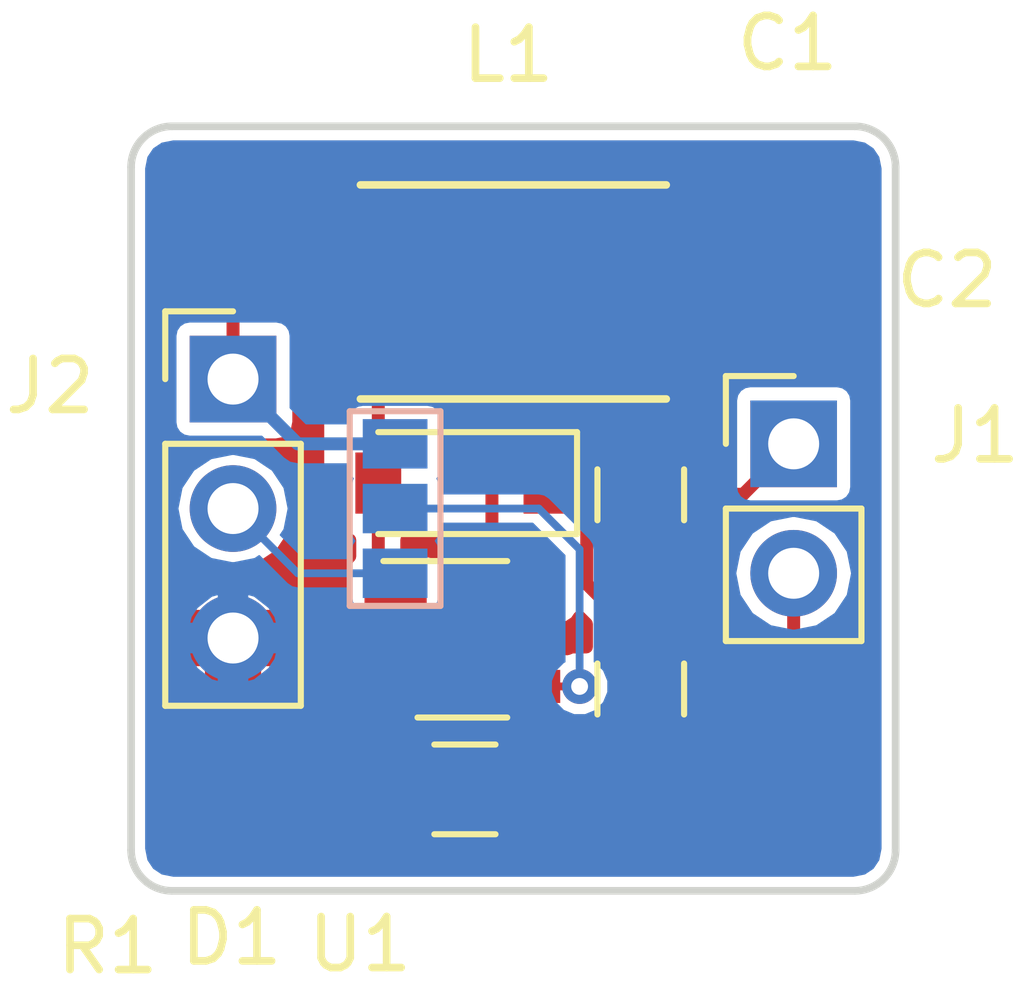
<source format=kicad_pcb>
(kicad_pcb (version 4) (host pcbnew 4.0.6)

  (general
    (links 16)
    (no_connects 0)
    (area 99.924999 84.924999 115.075001 100.075001)
    (thickness 1.6)
    (drawings 8)
    (tracks 44)
    (zones 0)
    (modules 9)
    (nets 8)
  )

  (page A4)
  (layers
    (0 F.Cu signal)
    (31 B.Cu signal)
    (32 B.Adhes user)
    (33 F.Adhes user)
    (34 B.Paste user)
    (35 F.Paste user)
    (36 B.SilkS user hide)
    (37 F.SilkS user)
    (38 B.Mask user)
    (39 F.Mask user)
    (40 Dwgs.User user)
    (41 Cmts.User user)
    (42 Eco1.User user)
    (43 Eco2.User user)
    (44 Edge.Cuts user)
    (45 Margin user)
    (46 B.CrtYd user hide)
    (47 F.CrtYd user)
    (48 B.Fab user hide)
    (49 F.Fab user hide)
  )

  (setup
    (last_trace_width 0.1524)
    (trace_clearance 0.1524)
    (zone_clearance 0.3048)
    (zone_45_only no)
    (trace_min 0.1524)
    (segment_width 0.2)
    (edge_width 0.15)
    (via_size 0.6858)
    (via_drill 0.3302)
    (via_min_size 0.6858)
    (via_min_drill 0.3302)
    (uvia_size 0.762)
    (uvia_drill 0.508)
    (uvias_allowed no)
    (uvia_min_size 0)
    (uvia_min_drill 0)
    (pcb_text_width 0.3)
    (pcb_text_size 1.5 1.5)
    (mod_edge_width 0.15)
    (mod_text_size 1 1)
    (mod_text_width 0.15)
    (pad_size 1.524 1.524)
    (pad_drill 0.762)
    (pad_to_mask_clearance 0.2)
    (aux_axis_origin 0 0)
    (visible_elements 7FFEFF7F)
    (pcbplotparams
      (layerselection 0x00030_80000001)
      (usegerberextensions false)
      (excludeedgelayer true)
      (linewidth 0.100000)
      (plotframeref false)
      (viasonmask false)
      (mode 1)
      (useauxorigin false)
      (hpglpennumber 1)
      (hpglpenspeed 20)
      (hpglpendiameter 15)
      (hpglpenoverlay 2)
      (psnegative false)
      (psa4output false)
      (plotreference true)
      (plotvalue true)
      (plotinvisibletext false)
      (padsonsilk false)
      (subtractmaskfromsilk false)
      (outputformat 1)
      (mirror false)
      (drillshape 1)
      (scaleselection 1)
      (outputdirectory ""))
  )

  (net 0 "")
  (net 1 +3V3)
  (net 2 GND)
  (net 3 /LED_A)
  (net 4 /LED_K)
  (net 5 /EN)
  (net 6 /EN_CONN)
  (net 7 /VOUT)

  (net_class Default "This is the default net class."
    (clearance 0.1524)
    (trace_width 0.1524)
    (via_dia 0.6858)
    (via_drill 0.3302)
    (uvia_dia 0.762)
    (uvia_drill 0.508)
    (add_net /EN)
    (add_net /EN_CONN)
  )

  (net_class Power ""
    (clearance 0.254)
    (trace_width 0.254)
    (via_dia 0.889)
    (via_drill 0.508)
    (uvia_dia 0.762)
    (uvia_drill 0.508)
    (add_net +3V3)
    (add_net /LED_A)
    (add_net /LED_K)
    (add_net /VOUT)
    (add_net GND)
  )

  (module Connect:GS3 (layer B.Cu) (tedit 59766C6B) (tstamp 597668E9)
    (at 105.18 92.5 180)
    (descr "3-pin solder bridge")
    (tags "solder bridge")
    (path /59766807)
    (attr smd)
    (fp_text reference J3 (at 6.5 -2.05 180) (layer B.SilkS) hide
      (effects (font (size 1 1) (thickness 0.15)) (justify mirror))
    )
    (fp_text value GS3 (at 1.8 0 450) (layer B.Fab)
      (effects (font (size 1 1) (thickness 0.15)) (justify mirror))
    )
    (fp_line (start -1.15 2.15) (end 1.15 2.15) (layer B.CrtYd) (width 0.05))
    (fp_line (start 1.15 2.15) (end 1.15 -2.15) (layer B.CrtYd) (width 0.05))
    (fp_line (start 1.15 -2.15) (end -1.15 -2.15) (layer B.CrtYd) (width 0.05))
    (fp_line (start -1.15 -2.15) (end -1.15 2.15) (layer B.CrtYd) (width 0.05))
    (fp_line (start -0.89 1.91) (end -0.89 -1.91) (layer B.SilkS) (width 0.12))
    (fp_line (start -0.89 -1.91) (end 0.89 -1.91) (layer B.SilkS) (width 0.12))
    (fp_line (start 0.89 -1.91) (end 0.89 1.91) (layer B.SilkS) (width 0.12))
    (fp_line (start -0.89 1.91) (end 0.89 1.91) (layer B.SilkS) (width 0.12))
    (pad 1 smd rect (at 0 1.27 180) (size 1.27 0.97) (layers B.Cu B.Paste B.Mask)
      (net 1 +3V3))
    (pad 2 smd rect (at 0 0 180) (size 1.27 0.97) (layers B.Cu B.Paste B.Mask)
      (net 5 /EN))
    (pad 3 smd rect (at 0 -1.27 180) (size 1.27 0.97) (layers B.Cu B.Paste B.Mask)
      (net 6 /EN_CONN))
  )

  (module Capacitors_SMD:C_0805 (layer F.Cu) (tedit 59767888) (tstamp 5974EBA2)
    (at 110 96.04 270)
    (descr "Capacitor SMD 0805, reflow soldering, AVX (see smccp.pdf)")
    (tags "capacitor 0805")
    (path /5974E733)
    (attr smd)
    (fp_text reference C2 (at -8.02 -6.01 360) (layer F.SilkS)
      (effects (font (size 1 1) (thickness 0.15)))
    )
    (fp_text value 1uF (at 0 1.75 270) (layer F.Fab)
      (effects (font (size 1 1) (thickness 0.15)))
    )
    (fp_text user %R (at -9.53 -6.01 360) (layer F.Fab) hide
      (effects (font (size 1 1) (thickness 0.15)))
    )
    (fp_line (start -1 0.62) (end -1 -0.62) (layer F.Fab) (width 0.1))
    (fp_line (start 1 0.62) (end -1 0.62) (layer F.Fab) (width 0.1))
    (fp_line (start 1 -0.62) (end 1 0.62) (layer F.Fab) (width 0.1))
    (fp_line (start -1 -0.62) (end 1 -0.62) (layer F.Fab) (width 0.1))
    (fp_line (start 0.5 -0.85) (end -0.5 -0.85) (layer F.SilkS) (width 0.12))
    (fp_line (start -0.5 0.85) (end 0.5 0.85) (layer F.SilkS) (width 0.12))
    (fp_line (start -1.75 -0.88) (end 1.75 -0.88) (layer F.CrtYd) (width 0.05))
    (fp_line (start -1.75 -0.88) (end -1.75 0.87) (layer F.CrtYd) (width 0.05))
    (fp_line (start 1.75 0.87) (end 1.75 -0.88) (layer F.CrtYd) (width 0.05))
    (fp_line (start 1.75 0.87) (end -1.75 0.87) (layer F.CrtYd) (width 0.05))
    (pad 1 smd rect (at -1 0 270) (size 1 1.25) (layers F.Cu F.Paste F.Mask)
      (net 3 /LED_A))
    (pad 2 smd rect (at 1 0 270) (size 1 1.25) (layers F.Cu F.Paste F.Mask)
      (net 2 GND))
    (model Capacitors_SMD.3dshapes/C_0805.wrl
      (at (xyz 0 0 0))
      (scale (xyz 1 1 1))
      (rotate (xyz 0 0 0))
    )
  )

  (module Capacitors_SMD:C_0805 locked (layer F.Cu) (tedit 59772E8F) (tstamp 5974EB9C)
    (at 110 92.23 270)
    (descr "Capacitor SMD 0805, reflow soldering, AVX (see smccp.pdf)")
    (tags "capacitor 0805")
    (path /5974E628)
    (attr smd)
    (fp_text reference C1 (at -8.86 -2.88 360) (layer F.SilkS)
      (effects (font (size 1 1) (thickness 0.15)))
    )
    (fp_text value 4.7uF (at 0 1.75 270) (layer F.Fab)
      (effects (font (size 1 1) (thickness 0.15)))
    )
    (fp_text user %R (at -9.34 2.77 360) (layer F.Fab) hide
      (effects (font (size 1 1) (thickness 0.15)))
    )
    (fp_line (start -1 0.62) (end -1 -0.62) (layer F.Fab) (width 0.1))
    (fp_line (start 1 0.62) (end -1 0.62) (layer F.Fab) (width 0.1))
    (fp_line (start 1 -0.62) (end 1 0.62) (layer F.Fab) (width 0.1))
    (fp_line (start -1 -0.62) (end 1 -0.62) (layer F.Fab) (width 0.1))
    (fp_line (start 0.5 -0.85) (end -0.5 -0.85) (layer F.SilkS) (width 0.12))
    (fp_line (start -0.5 0.85) (end 0.5 0.85) (layer F.SilkS) (width 0.12))
    (fp_line (start -1.75 -0.88) (end 1.75 -0.88) (layer F.CrtYd) (width 0.05))
    (fp_line (start -1.75 -0.88) (end -1.75 0.87) (layer F.CrtYd) (width 0.05))
    (fp_line (start 1.75 0.87) (end 1.75 -0.88) (layer F.CrtYd) (width 0.05))
    (fp_line (start 1.75 0.87) (end -1.75 0.87) (layer F.CrtYd) (width 0.05))
    (pad 1 smd rect (at -1 0 270) (size 1 1.25) (layers F.Cu F.Paste F.Mask)
      (net 1 +3V3))
    (pad 2 smd rect (at 1 0 270) (size 1 1.25) (layers F.Cu F.Paste F.Mask)
      (net 2 GND))
    (model Capacitors_SMD.3dshapes/C_0805.wrl
      (at (xyz 0 0 0))
      (scale (xyz 1 1 1))
      (rotate (xyz 0 0 0))
    )
  )

  (module Pin_Headers:Pin_Header_Straight_1x02_Pitch2.54mm locked (layer F.Cu) (tedit 59767890) (tstamp 5974EBAE)
    (at 113 91.23)
    (descr "Through hole straight pin header, 1x02, 2.54mm pitch, single row")
    (tags "Through hole pin header THT 1x02 2.54mm single row")
    (path /5974F5CB)
    (fp_text reference J1 (at 3.56 -0.16) (layer F.SilkS)
      (effects (font (size 1 1) (thickness 0.15)))
    )
    (fp_text value CONN_01X02 (at 0 4.87) (layer F.Fab)
      (effects (font (size 1 1) (thickness 0.15)))
    )
    (fp_line (start -0.635 -1.27) (end 1.27 -1.27) (layer F.Fab) (width 0.1))
    (fp_line (start 1.27 -1.27) (end 1.27 3.81) (layer F.Fab) (width 0.1))
    (fp_line (start 1.27 3.81) (end -1.27 3.81) (layer F.Fab) (width 0.1))
    (fp_line (start -1.27 3.81) (end -1.27 -0.635) (layer F.Fab) (width 0.1))
    (fp_line (start -1.27 -0.635) (end -0.635 -1.27) (layer F.Fab) (width 0.1))
    (fp_line (start -1.33 3.87) (end 1.33 3.87) (layer F.SilkS) (width 0.12))
    (fp_line (start -1.33 1.27) (end -1.33 3.87) (layer F.SilkS) (width 0.12))
    (fp_line (start 1.33 1.27) (end 1.33 3.87) (layer F.SilkS) (width 0.12))
    (fp_line (start -1.33 1.27) (end 1.33 1.27) (layer F.SilkS) (width 0.12))
    (fp_line (start -1.33 0) (end -1.33 -1.33) (layer F.SilkS) (width 0.12))
    (fp_line (start -1.33 -1.33) (end 0 -1.33) (layer F.SilkS) (width 0.12))
    (fp_line (start -1.8 -1.8) (end -1.8 4.35) (layer F.CrtYd) (width 0.05))
    (fp_line (start -1.8 4.35) (end 1.8 4.35) (layer F.CrtYd) (width 0.05))
    (fp_line (start 1.8 4.35) (end 1.8 -1.8) (layer F.CrtYd) (width 0.05))
    (fp_line (start 1.8 -1.8) (end -1.8 -1.8) (layer F.CrtYd) (width 0.05))
    (fp_text user %R (at 3.6 2.01) (layer F.Fab) hide
      (effects (font (size 1 1) (thickness 0.15)))
    )
    (pad 1 thru_hole rect (at 0 0) (size 1.7 1.7) (drill 1) (layers *.Cu *.Mask)
      (net 3 /LED_A))
    (pad 2 thru_hole oval (at 0 2.54) (size 1.7 1.7) (drill 1) (layers *.Cu *.Mask)
      (net 4 /LED_K))
    (model ${KISYS3DMOD}/Pin_Headers.3dshapes/Pin_Header_Straight_1x02_Pitch2.54mm.wrl
      (at (xyz 0 -0.05 0))
      (scale (xyz 1 1 1))
      (rotate (xyz 0 0 90))
    )
  )

  (module Inductors:Inductor_Taiyo-Yuden_NR-40xx_HandSoldering locked (layer F.Cu) (tedit 59772E92) (tstamp 5974EBB4)
    (at 107.5 88.25 180)
    (descr "Inductor, Taiyo Yuden, NR series, Taiyo-Yuden_NR-40xx, 4.0mmx4.0mm")
    (tags "inductor taiyo-yuden nr smd")
    (path /5974EDBA)
    (attr smd)
    (fp_text reference L1 (at 0.1 4.65 180) (layer F.SilkS)
      (effects (font (size 1 1) (thickness 0.15)))
    )
    (fp_text value 22uH (at -0.05 -4.66 180) (layer F.Fab)
      (effects (font (size 1 1) (thickness 0.15)))
    )
    (fp_line (start -2 0) (end -2 -1.25) (layer F.Fab) (width 0.15))
    (fp_line (start -2 -1.25) (end -1.25 -2) (layer F.Fab) (width 0.15))
    (fp_line (start -1.25 -2) (end 0 -2) (layer F.Fab) (width 0.15))
    (fp_line (start 2 0) (end 2 -1.25) (layer F.Fab) (width 0.15))
    (fp_line (start 2 -1.25) (end 1.25 -2) (layer F.Fab) (width 0.15))
    (fp_line (start 1.25 -2) (end 0 -2) (layer F.Fab) (width 0.15))
    (fp_line (start 2 0) (end 2 1.25) (layer F.Fab) (width 0.15))
    (fp_line (start 2 1.25) (end 1.25 2) (layer F.Fab) (width 0.15))
    (fp_line (start 1.25 2) (end 0 2) (layer F.Fab) (width 0.15))
    (fp_line (start -2 0) (end -2 1.25) (layer F.Fab) (width 0.15))
    (fp_line (start -2 1.25) (end -1.25 2) (layer F.Fab) (width 0.15))
    (fp_line (start -1.25 2) (end 0 2) (layer F.Fab) (width 0.15))
    (fp_line (start -3 -2.1) (end 3 -2.1) (layer F.SilkS) (width 0.15))
    (fp_line (start -3 2.1) (end 3 2.1) (layer F.SilkS) (width 0.15))
    (fp_line (start -3.25 -2.25) (end -3.25 2.25) (layer F.CrtYd) (width 0.05))
    (fp_line (start -3.25 2.25) (end 3.25 2.25) (layer F.CrtYd) (width 0.05))
    (fp_line (start 3.25 2.25) (end 3.25 -2.25) (layer F.CrtYd) (width 0.05))
    (fp_line (start 3.25 -2.25) (end -3.25 -2.25) (layer F.CrtYd) (width 0.05))
    (pad 1 smd rect (at -1.9 0 180) (size 2.2 3.9) (layers F.Cu F.Paste F.Mask)
      (net 1 +3V3))
    (pad 2 smd rect (at 1.9 0 180) (size 2.2 3.9) (layers F.Cu F.Paste F.Mask)
      (net 7 /VOUT))
    (model Inductors.3dshapes/Inductor_Taiyo-Yuden_NR-40xx.wrl
      (at (xyz 0 0 0))
      (scale (xyz 1 1 1))
      (rotate (xyz 0 0 0))
    )
  )

  (module Resistors_SMD:R_0805 (layer F.Cu) (tedit 597672AB) (tstamp 5974EBBA)
    (at 106.55 98.01)
    (descr "Resistor SMD 0805, reflow soldering, Vishay (see dcrcw.pdf)")
    (tags "resistor 0805")
    (path /5974E596)
    (attr smd)
    (fp_text reference R1 (at -7.01 3.08) (layer F.SilkS)
      (effects (font (size 1 1) (thickness 0.15)))
    )
    (fp_text value 5.1 (at 0 1.75) (layer F.Fab)
      (effects (font (size 1 1) (thickness 0.15)))
    )
    (fp_text user %R (at 0 0) (layer F.Fab) hide
      (effects (font (size 0.5 0.5) (thickness 0.075)))
    )
    (fp_line (start -1 0.62) (end -1 -0.62) (layer F.Fab) (width 0.1))
    (fp_line (start 1 0.62) (end -1 0.62) (layer F.Fab) (width 0.1))
    (fp_line (start 1 -0.62) (end 1 0.62) (layer F.Fab) (width 0.1))
    (fp_line (start -1 -0.62) (end 1 -0.62) (layer F.Fab) (width 0.1))
    (fp_line (start 0.6 0.88) (end -0.6 0.88) (layer F.SilkS) (width 0.12))
    (fp_line (start -0.6 -0.88) (end 0.6 -0.88) (layer F.SilkS) (width 0.12))
    (fp_line (start -1.55 -0.9) (end 1.55 -0.9) (layer F.CrtYd) (width 0.05))
    (fp_line (start -1.55 -0.9) (end -1.55 0.9) (layer F.CrtYd) (width 0.05))
    (fp_line (start 1.55 0.9) (end 1.55 -0.9) (layer F.CrtYd) (width 0.05))
    (fp_line (start 1.55 0.9) (end -1.55 0.9) (layer F.CrtYd) (width 0.05))
    (pad 1 smd rect (at -0.95 0) (size 0.7 1.3) (layers F.Cu F.Paste F.Mask)
      (net 4 /LED_K))
    (pad 2 smd rect (at 0.95 0) (size 0.7 1.3) (layers F.Cu F.Paste F.Mask)
      (net 2 GND))
    (model ${KISYS3DMOD}/Resistors_SMD.3dshapes/R_0805.wrl
      (at (xyz 0 0 0))
      (scale (xyz 1 1 1))
      (rotate (xyz 0 0 0))
    )
  )

  (module Pin_Headers:Pin_Header_Straight_1x03_Pitch2.54mm locked (layer F.Cu) (tedit 597678A1) (tstamp 5974EE3B)
    (at 102 89.96)
    (descr "Through hole straight pin header, 1x03, 2.54mm pitch, single row")
    (tags "Through hole pin header THT 1x03 2.54mm single row")
    (path /59750012)
    (fp_text reference J2 (at -3.59 0.14 180) (layer F.SilkS)
      (effects (font (size 1 1) (thickness 0.15)))
    )
    (fp_text value CONN_01X03 (at 0 7.41) (layer F.Fab)
      (effects (font (size 1 1) (thickness 0.15)))
    )
    (fp_line (start -0.635 -1.27) (end 1.27 -1.27) (layer F.Fab) (width 0.1))
    (fp_line (start 1.27 -1.27) (end 1.27 6.35) (layer F.Fab) (width 0.1))
    (fp_line (start 1.27 6.35) (end -1.27 6.35) (layer F.Fab) (width 0.1))
    (fp_line (start -1.27 6.35) (end -1.27 -0.635) (layer F.Fab) (width 0.1))
    (fp_line (start -1.27 -0.635) (end -0.635 -1.27) (layer F.Fab) (width 0.1))
    (fp_line (start -1.33 6.41) (end 1.33 6.41) (layer F.SilkS) (width 0.12))
    (fp_line (start -1.33 1.27) (end -1.33 6.41) (layer F.SilkS) (width 0.12))
    (fp_line (start 1.33 1.27) (end 1.33 6.41) (layer F.SilkS) (width 0.12))
    (fp_line (start -1.33 1.27) (end 1.33 1.27) (layer F.SilkS) (width 0.12))
    (fp_line (start -1.33 0) (end -1.33 -1.33) (layer F.SilkS) (width 0.12))
    (fp_line (start -1.33 -1.33) (end 0 -1.33) (layer F.SilkS) (width 0.12))
    (fp_line (start -1.8 -1.8) (end -1.8 6.85) (layer F.CrtYd) (width 0.05))
    (fp_line (start -1.8 6.85) (end 1.8 6.85) (layer F.CrtYd) (width 0.05))
    (fp_line (start 1.8 6.85) (end 1.8 -1.8) (layer F.CrtYd) (width 0.05))
    (fp_line (start 1.8 -1.8) (end -1.8 -1.8) (layer F.CrtYd) (width 0.05))
    (fp_text user %R (at -3.63 2.73) (layer F.Fab) hide
      (effects (font (size 1 1) (thickness 0.15)))
    )
    (pad 1 thru_hole rect (at 0 0) (size 1.7 1.7) (drill 1) (layers *.Cu *.Mask)
      (net 1 +3V3))
    (pad 2 thru_hole oval (at 0 2.54) (size 1.7 1.7) (drill 1) (layers *.Cu *.Mask)
      (net 6 /EN_CONN))
    (pad 3 thru_hole oval (at 0 5.08) (size 1.7 1.7) (drill 1) (layers *.Cu *.Mask)
      (net 2 GND))
    (model ${KISYS3DMOD}/Pin_Headers.3dshapes/Pin_Header_Straight_1x03_Pitch2.54mm.wrl
      (at (xyz 0 -0.1 0))
      (scale (xyz 1 1 1))
      (rotate (xyz 0 0 90))
    )
  )

  (module Diodes_SMD:D_SOD-123 (layer F.Cu) (tedit 59767895) (tstamp 59762FE2)
    (at 106.5 92 180)
    (descr SOD-123)
    (tags SOD-123)
    (path /5974DDE8)
    (attr smd)
    (fp_text reference D1 (at 4.53 -8.92 180) (layer F.SilkS)
      (effects (font (size 1 1) (thickness 0.15)))
    )
    (fp_text value MBR0530 (at 0 2.1 180) (layer F.Fab)
      (effects (font (size 1 1) (thickness 0.15)))
    )
    (fp_text user %R (at 2.17 -8.81 180) (layer F.Fab) hide
      (effects (font (size 1 1) (thickness 0.15)))
    )
    (fp_line (start -2.25 -1) (end -2.25 1) (layer F.SilkS) (width 0.12))
    (fp_line (start 0.25 0) (end 0.75 0) (layer F.Fab) (width 0.1))
    (fp_line (start 0.25 0.4) (end -0.35 0) (layer F.Fab) (width 0.1))
    (fp_line (start 0.25 -0.4) (end 0.25 0.4) (layer F.Fab) (width 0.1))
    (fp_line (start -0.35 0) (end 0.25 -0.4) (layer F.Fab) (width 0.1))
    (fp_line (start -0.35 0) (end -0.35 0.55) (layer F.Fab) (width 0.1))
    (fp_line (start -0.35 0) (end -0.35 -0.55) (layer F.Fab) (width 0.1))
    (fp_line (start -0.75 0) (end -0.35 0) (layer F.Fab) (width 0.1))
    (fp_line (start -1.4 0.9) (end -1.4 -0.9) (layer F.Fab) (width 0.1))
    (fp_line (start 1.4 0.9) (end -1.4 0.9) (layer F.Fab) (width 0.1))
    (fp_line (start 1.4 -0.9) (end 1.4 0.9) (layer F.Fab) (width 0.1))
    (fp_line (start -1.4 -0.9) (end 1.4 -0.9) (layer F.Fab) (width 0.1))
    (fp_line (start -2.35 -1.15) (end 2.35 -1.15) (layer F.CrtYd) (width 0.05))
    (fp_line (start 2.35 -1.15) (end 2.35 1.15) (layer F.CrtYd) (width 0.05))
    (fp_line (start 2.35 1.15) (end -2.35 1.15) (layer F.CrtYd) (width 0.05))
    (fp_line (start -2.35 -1.15) (end -2.35 1.15) (layer F.CrtYd) (width 0.05))
    (fp_line (start -2.25 1) (end 1.65 1) (layer F.SilkS) (width 0.12))
    (fp_line (start -2.25 -1) (end 1.65 -1) (layer F.SilkS) (width 0.12))
    (pad 1 smd rect (at -1.65 0 180) (size 0.9 1.2) (layers F.Cu F.Paste F.Mask)
      (net 3 /LED_A))
    (pad 2 smd rect (at 1.65 0 180) (size 0.9 1.2) (layers F.Cu F.Paste F.Mask)
      (net 7 /VOUT))
    (model ${KISYS3DMOD}/Diodes_SMD.3dshapes/D_SOD-123.wrl
      (at (xyz 0 0 0))
      (scale (xyz 1 1 1))
      (rotate (xyz 0 0 0))
    )
  )

  (module TO_SOT_Packages_SMD:TSOT-23-5 locked (layer F.Cu) (tedit 59772DE9) (tstamp 59772E0A)
    (at 106.5 95.04)
    (descr "5-pin TSOT23 package, http://cds.linear.com/docs/en/packaging/SOT_5_05-08-1635.pdf")
    (tags TSOT-23-5)
    (path /59772B95)
    (attr smd)
    (fp_text reference U1 (at -2.01 6.01) (layer F.SilkS)
      (effects (font (size 1 1) (thickness 0.15)))
    )
    (fp_text value NCP5006 (at 0 2.5) (layer F.Fab)
      (effects (font (size 1 1) (thickness 0.15)))
    )
    (fp_text user %R (at 0 0 90) (layer F.Fab)
      (effects (font (size 0.5 0.5) (thickness 0.075)))
    )
    (fp_line (start -0.88 1.56) (end 0.88 1.56) (layer F.SilkS) (width 0.12))
    (fp_line (start 0.88 -1.51) (end -1.55 -1.51) (layer F.SilkS) (width 0.12))
    (fp_line (start -0.88 -1) (end -0.43 -1.45) (layer F.Fab) (width 0.1))
    (fp_line (start 0.88 -1.45) (end -0.43 -1.45) (layer F.Fab) (width 0.1))
    (fp_line (start -0.88 -1) (end -0.88 1.45) (layer F.Fab) (width 0.1))
    (fp_line (start 0.88 1.45) (end -0.88 1.45) (layer F.Fab) (width 0.1))
    (fp_line (start 0.88 -1.45) (end 0.88 1.45) (layer F.Fab) (width 0.1))
    (fp_line (start -2.17 -1.7) (end 2.17 -1.7) (layer F.CrtYd) (width 0.05))
    (fp_line (start -2.17 -1.7) (end -2.17 1.7) (layer F.CrtYd) (width 0.05))
    (fp_line (start 2.17 1.7) (end 2.17 -1.7) (layer F.CrtYd) (width 0.05))
    (fp_line (start 2.17 1.7) (end -2.17 1.7) (layer F.CrtYd) (width 0.05))
    (pad 1 smd rect (at -1.31 -0.95) (size 1.22 0.65) (layers F.Cu F.Paste F.Mask)
      (net 7 /VOUT))
    (pad 2 smd rect (at -1.31 0) (size 1.22 0.65) (layers F.Cu F.Paste F.Mask)
      (net 2 GND))
    (pad 3 smd rect (at -1.31 0.95) (size 1.22 0.65) (layers F.Cu F.Paste F.Mask)
      (net 4 /LED_K))
    (pad 4 smd rect (at 1.31 0.95) (size 1.22 0.65) (layers F.Cu F.Paste F.Mask)
      (net 5 /EN))
    (pad 5 smd rect (at 1.31 -0.95) (size 1.22 0.65) (layers F.Cu F.Paste F.Mask)
      (net 1 +3V3))
    (model ${KISYS3DMOD}/TO_SOT_Packages_SMD.3dshapes/TSOT-23-5.wrl
      (at (xyz 0 0 0))
      (scale (xyz 1 1 1))
      (rotate (xyz 0 0 0))
    )
  )

  (gr_arc (start 114.2 99.2) (end 115 99.2) (angle 90) (layer Edge.Cuts) (width 0.15))
  (gr_arc (start 114.2 85.8) (end 114.2 85) (angle 90) (layer Edge.Cuts) (width 0.15))
  (gr_arc (start 100.8 85.8) (end 100 85.8) (angle 90) (layer Edge.Cuts) (width 0.15))
  (gr_arc (start 100.8 99.2) (end 100.8 100) (angle 90) (layer Edge.Cuts) (width 0.15))
  (gr_line (start 100 85.8) (end 100 99.2) (angle 90) (layer Edge.Cuts) (width 0.15))
  (gr_line (start 100.8 85) (end 114.2 85) (angle 90) (layer Edge.Cuts) (width 0.15))
  (gr_line (start 115 85.8) (end 115 99.2) (angle 90) (layer Edge.Cuts) (width 0.15))
  (gr_line (start 100.8 100) (end 114.2 100) (angle 90) (layer Edge.Cuts) (width 0.15))

  (segment (start 109.4 88.25) (end 107.08 90.57) (width 0.254) (layer F.Cu) (net 1))
  (segment (start 107.08 93.65) (end 107.35 93.92) (width 0.254) (layer F.Cu) (net 1) (tstamp 597735AA))
  (segment (start 107.08 90.57) (end 107.08 93.65) (width 0.254) (layer F.Cu) (net 1) (tstamp 597735A1))
  (segment (start 110 91.23) (end 110 88.85) (width 0.254) (layer F.Cu) (net 1))
  (segment (start 110 88.85) (end 109.4 88.25) (width 0.254) (layer F.Cu) (net 1) (tstamp 59773593))
  (segment (start 102 89.96) (end 102 86.78) (width 0.254) (layer F.Cu) (net 1))
  (segment (start 103.14 85.64) (end 108.98 85.64) (width 0.254) (layer F.Cu) (net 1) (tstamp 5976749B))
  (segment (start 108.98 85.64) (end 109.55 86.21) (width 0.254) (layer F.Cu) (net 1) (tstamp 5976749F))
  (segment (start 109.55 86.21) (end 109.55 88.3) (width 0.254) (layer F.Cu) (net 1) (tstamp 597674A7))
  (segment (start 102 86.78) (end 103.14 85.64) (width 0.254) (layer F.Cu) (net 1) (tstamp 5976782E))
  (segment (start 105.18 91.23) (end 103.27 91.23) (width 0.254) (layer B.Cu) (net 1))
  (segment (start 103.27 91.23) (end 102 89.96) (width 0.254) (layer B.Cu) (net 1) (tstamp 59767835))
  (segment (start 110 97.04) (end 110.76 97.04) (width 0.254) (layer F.Cu) (net 2))
  (segment (start 111.05 93.23) (end 110 93.23) (width 0.254) (layer F.Cu) (net 2) (tstamp 59767C5C))
  (segment (start 111.3 93.48) (end 111.05 93.23) (width 0.254) (layer F.Cu) (net 2) (tstamp 59767C59))
  (segment (start 111.3 96.5) (end 111.3 93.48) (width 0.254) (layer F.Cu) (net 2) (tstamp 59767C51))
  (segment (start 110.76 97.04) (end 111.3 96.5) (width 0.254) (layer F.Cu) (net 2) (tstamp 59767C4B))
  (segment (start 107.5 98.01) (end 109.03 98.01) (width 0.254) (layer F.Cu) (net 2))
  (segment (start 109.03 98.01) (end 110 97.04) (width 0.254) (layer F.Cu) (net 2) (tstamp 59767C3F))
  (segment (start 102 95.04) (end 105.4 95.04) (width 0.254) (layer F.Cu) (net 2))
  (segment (start 110 95.04) (end 108.94 93.98) (width 0.254) (layer F.Cu) (net 3))
  (segment (start 108.94 92.79) (end 108.15 92) (width 0.254) (layer F.Cu) (net 3) (tstamp 597733F5))
  (segment (start 108.94 93.98) (end 108.94 92.79) (width 0.254) (layer F.Cu) (net 3) (tstamp 597733F4))
  (segment (start 108.15 92) (end 108.37 92.22) (width 0.254) (layer F.Cu) (net 3))
  (segment (start 108.37 92.22) (end 112.01 92.22) (width 0.254) (layer F.Cu) (net 3) (tstamp 59767B6D))
  (segment (start 112.01 92.22) (end 113 91.23) (width 0.254) (layer F.Cu) (net 3) (tstamp 59767B71))
  (segment (start 113 93.77) (end 113 96.73) (width 0.254) (layer F.Cu) (net 4))
  (segment (start 105.6 98.91) (end 105.6 98.01) (width 0.254) (layer F.Cu) (net 4) (tstamp 59773422))
  (segment (start 106.01 99.32) (end 105.6 98.91) (width 0.254) (layer F.Cu) (net 4) (tstamp 59773421))
  (segment (start 110.41 99.32) (end 106.01 99.32) (width 0.254) (layer F.Cu) (net 4) (tstamp 5977341B))
  (segment (start 113 96.73) (end 110.41 99.32) (width 0.254) (layer F.Cu) (net 4) (tstamp 59773417))
  (segment (start 105.45 96.14) (end 105.45 97.86) (width 0.254) (layer F.Cu) (net 4))
  (segment (start 105.45 97.86) (end 105.6 98.01) (width 0.254) (layer F.Cu) (net 4) (tstamp 59767560))
  (segment (start 108.8 95.99) (end 108.8 93.3) (width 0.1524) (layer B.Cu) (net 5))
  (via (at 108.8 95.99) (size 0.6858) (drill 0.3302) (layers F.Cu B.Cu) (net 5))
  (segment (start 107.6 95.99) (end 108.8 95.99) (width 0.1524) (layer F.Cu) (net 5))
  (segment (start 108 92.5) (end 105.18 92.5) (width 0.1524) (layer B.Cu) (net 5) (tstamp 59767DAC))
  (segment (start 108.8 93.3) (end 108 92.5) (width 0.1524) (layer B.Cu) (net 5) (tstamp 59767DA2))
  (segment (start 102 92.5) (end 103.27 93.77) (width 0.1524) (layer B.Cu) (net 6))
  (segment (start 103.27 93.77) (end 105.18 93.77) (width 0.1524) (layer B.Cu) (net 6) (tstamp 5976783D))
  (segment (start 104.85 92) (end 104.85 93.75) (width 0.254) (layer F.Cu) (net 7))
  (segment (start 104.85 93.75) (end 105.19 94.09) (width 0.254) (layer F.Cu) (net 7) (tstamp 597735EC))
  (segment (start 104.85 92) (end 104.85 89) (width 0.254) (layer F.Cu) (net 7))
  (segment (start 104.85 89) (end 105.6 88.25) (width 0.254) (layer F.Cu) (net 7) (tstamp 5977351D))

  (zone (net 2) (net_name GND) (layer F.Cu) (tstamp 59755553) (hatch edge 0.508)
    (connect_pads (clearance 0.3048))
    (min_thickness 0.254)
    (fill yes (arc_segments 16) (thermal_gap 0.508) (thermal_bridge_width 1.27))
    (polygon
      (pts
        (xy 115 99.97) (xy 100 99.97) (xy 100 84.97) (xy 103.79 85) (xy 103.79 92.99)
        (xy 111.2 92.99) (xy 111.2 85) (xy 115 84.97)
      )
    )
    (filled_polygon
      (pts
        (xy 101.604869 86.384869) (xy 101.483736 86.566156) (xy 101.4412 86.78) (xy 101.4412 88.669741) (xy 101.15 88.669741)
        (xy 100.989985 88.69985) (xy 100.84302 88.794419) (xy 100.744427 88.938715) (xy 100.709741 89.11) (xy 100.709741 90.81)
        (xy 100.73985 90.970015) (xy 100.834419 91.11698) (xy 100.978715 91.215573) (xy 101.15 91.250259) (xy 101.813716 91.250259)
        (xy 101.484364 91.315771) (xy 101.068519 91.593631) (xy 100.790659 92.009476) (xy 100.693088 92.5) (xy 100.790659 92.990524)
        (xy 101.068519 93.406369) (xy 101.484364 93.684229) (xy 101.491998 93.685747) (xy 101.491998 93.747289) (xy 101.357639 93.701085)
        (xy 100.894155 94.048825) (xy 100.661119 94.397644) (xy 100.74369 94.615) (xy 101.575 94.615) (xy 101.575 94.512)
        (xy 102.425 94.512) (xy 102.425 94.615) (xy 103.25631 94.615) (xy 103.338881 94.397644) (xy 103.105845 94.048825)
        (xy 102.642361 93.701085) (xy 102.508002 93.747289) (xy 102.508002 93.685747) (xy 102.515636 93.684229) (xy 102.931481 93.406369)
        (xy 103.209341 92.990524) (xy 103.306912 92.5) (xy 103.209341 92.009476) (xy 102.931481 91.593631) (xy 102.515636 91.315771)
        (xy 102.186284 91.250259) (xy 102.85 91.250259) (xy 103.010015 91.22015) (xy 103.15698 91.125581) (xy 103.255573 90.981285)
        (xy 103.290259 90.81) (xy 103.290259 89.11) (xy 103.26015 88.949985) (xy 103.165581 88.80302) (xy 103.021285 88.704427)
        (xy 102.85 88.669741) (xy 102.5588 88.669741) (xy 102.5588 87.011462) (xy 103.371463 86.1988) (xy 103.663 86.1988)
        (xy 103.663 92.99) (xy 103.673006 93.03941) (xy 103.701447 93.081035) (xy 103.743841 93.108315) (xy 103.79 93.117)
        (xy 104.2912 93.117) (xy 104.2912 93.437721) (xy 104.27302 93.449419) (xy 104.174427 93.593715) (xy 104.139741 93.765)
        (xy 104.139741 94.257234) (xy 104.041673 94.355301) (xy 103.945 94.58869) (xy 103.945 94.71875) (xy 104.10375 94.8775)
        (xy 104.885 94.8775) (xy 104.885 94.855259) (xy 105.495 94.855259) (xy 105.495 94.8775) (xy 106.27625 94.8775)
        (xy 106.435 94.71875) (xy 106.435 94.58869) (xy 106.338327 94.355301) (xy 106.240259 94.257234) (xy 106.240259 93.765)
        (xy 106.21015 93.604985) (xy 106.115581 93.45802) (xy 105.971285 93.359427) (xy 105.8 93.324741) (xy 105.4088 93.324741)
        (xy 105.4088 93.117) (xy 106.5212 93.117) (xy 106.5212 93.65) (xy 106.563736 93.863844) (xy 106.64135 93.98)
        (xy 106.684869 94.045131) (xy 106.759741 94.120003) (xy 106.759741 94.415) (xy 106.78985 94.575015) (xy 106.884419 94.72198)
        (xy 107.028715 94.820573) (xy 107.2 94.855259) (xy 108.42 94.855259) (xy 108.580015 94.82515) (xy 108.72698 94.730581)
        (xy 108.797341 94.627604) (xy 108.934741 94.765003) (xy 108.934741 95.215418) (xy 108.646579 95.215166) (xy 108.556505 95.252384)
        (xy 108.42 95.224741) (xy 107.2 95.224741) (xy 107.039985 95.25485) (xy 106.89302 95.349419) (xy 106.794427 95.493715)
        (xy 106.759741 95.665) (xy 106.759741 96.315) (xy 106.78985 96.475015) (xy 106.884419 96.62198) (xy 107.028715 96.720573)
        (xy 107.050576 96.725) (xy 106.991998 96.725) (xy 106.991998 96.738128) (xy 106.790302 96.821673) (xy 106.611673 97.000301)
        (xy 106.515 97.23369) (xy 106.515 97.52625) (xy 106.67375 97.685) (xy 107.325 97.685) (xy 107.325 97.482)
        (xy 107.675 97.482) (xy 107.675 97.685) (xy 108.32625 97.685) (xy 108.485 97.52625) (xy 108.485 97.44875)
        (xy 108.74 97.44875) (xy 108.74 97.666309) (xy 108.836673 97.899698) (xy 109.015301 98.078327) (xy 109.24869 98.175)
        (xy 109.52875 98.175) (xy 109.6875 98.01625) (xy 109.6875 97.29) (xy 108.89875 97.29) (xy 108.74 97.44875)
        (xy 108.485 97.44875) (xy 108.485 97.23369) (xy 108.388327 97.000301) (xy 108.209698 96.821673) (xy 108.049361 96.755259)
        (xy 108.42 96.755259) (xy 108.55957 96.728997) (xy 108.645227 96.764565) (xy 108.873514 96.764764) (xy 108.89875 96.79)
        (xy 109.6875 96.79) (xy 109.6875 96.54) (xy 110.3125 96.54) (xy 110.3125 96.79) (xy 111.10125 96.79)
        (xy 111.26 96.63125) (xy 111.26 96.413691) (xy 111.163327 96.180302) (xy 110.984699 96.001673) (xy 110.814503 95.931175)
        (xy 110.93198 95.855581) (xy 111.030573 95.711285) (xy 111.065259 95.54) (xy 111.065259 94.54) (xy 111.03515 94.379985)
        (xy 110.967804 94.275325) (xy 110.984699 94.268327) (xy 111.163327 94.089698) (xy 111.26 93.856309) (xy 111.26 93.63875)
        (xy 111.10125 93.48) (xy 110.3125 93.48) (xy 110.3125 93.73) (xy 109.6875 93.73) (xy 109.6875 93.48)
        (xy 109.4988 93.48) (xy 109.4988 93.117) (xy 111.2 93.117) (xy 111.24941 93.106994) (xy 111.291035 93.078553)
        (xy 111.318315 93.036159) (xy 111.327 92.99) (xy 111.327 92.7788) (xy 112.01 92.7788) (xy 112.223844 92.736264)
        (xy 112.405131 92.615131) (xy 112.500003 92.520259) (xy 112.813716 92.520259) (xy 112.484364 92.585771) (xy 112.068519 92.863631)
        (xy 111.790659 93.279476) (xy 111.693088 93.77) (xy 111.790659 94.260524) (xy 112.068519 94.676369) (xy 112.4412 94.925388)
        (xy 112.4412 96.498538) (xy 111.250504 97.689234) (xy 111.26 97.666309) (xy 111.26 97.44875) (xy 111.10125 97.29)
        (xy 110.3125 97.29) (xy 110.3125 98.01625) (xy 110.47125 98.175) (xy 110.75131 98.175) (xy 110.774233 98.165505)
        (xy 110.178538 98.7612) (xy 108.485 98.7612) (xy 108.485 98.49375) (xy 108.32625 98.335) (xy 107.675 98.335)
        (xy 107.675 98.538) (xy 107.325 98.538) (xy 107.325 98.335) (xy 106.67375 98.335) (xy 106.515 98.49375)
        (xy 106.515 98.7612) (xy 106.369766 98.7612) (xy 106.390259 98.66) (xy 106.390259 97.36) (xy 106.36015 97.199985)
        (xy 106.265581 97.05302) (xy 106.121285 96.954427) (xy 106.0088 96.931648) (xy 106.0088 96.693758) (xy 106.10698 96.630581)
        (xy 106.205573 96.486285) (xy 106.240259 96.315) (xy 106.240259 95.822766) (xy 106.338327 95.724699) (xy 106.435 95.49131)
        (xy 106.435 95.36125) (xy 106.27625 95.2025) (xy 105.495 95.2025) (xy 105.495 95.224741) (xy 104.885 95.224741)
        (xy 104.885 95.2025) (xy 104.10375 95.2025) (xy 103.945 95.36125) (xy 103.945 95.49131) (xy 104.041673 95.724699)
        (xy 104.139741 95.822766) (xy 104.139741 96.315) (xy 104.16985 96.475015) (xy 104.264419 96.62198) (xy 104.408715 96.720573)
        (xy 104.58 96.755259) (xy 104.8912 96.755259) (xy 104.8912 97.12026) (xy 104.844427 97.188715) (xy 104.809741 97.36)
        (xy 104.809741 98.66) (xy 104.83985 98.820015) (xy 104.934419 98.96698) (xy 105.071112 99.060378) (xy 105.083736 99.123844)
        (xy 105.151048 99.224583) (xy 105.204869 99.305131) (xy 105.392938 99.4932) (xy 100.849914 99.4932) (xy 100.691597 99.461709)
        (xy 100.599698 99.400303) (xy 100.538291 99.308402) (xy 100.5068 99.150086) (xy 100.5068 95.682356) (xy 100.661119 95.682356)
        (xy 100.894155 96.031175) (xy 101.357639 96.378915) (xy 101.575 96.304168) (xy 101.575 95.465) (xy 102.425 95.465)
        (xy 102.425 96.304168) (xy 102.642361 96.378915) (xy 103.105845 96.031175) (xy 103.338881 95.682356) (xy 103.25631 95.465)
        (xy 102.425 95.465) (xy 101.575 95.465) (xy 100.74369 95.465) (xy 100.661119 95.682356) (xy 100.5068 95.682356)
        (xy 100.5068 85.849914) (xy 100.538291 85.691598) (xy 100.599698 85.599697) (xy 100.691597 85.538291) (xy 100.849914 85.5068)
        (xy 102.482937 85.5068)
      )
    )
  )
  (zone (net 2) (net_name GND) (layer B.Cu) (tstamp 59755553) (hatch edge 0.508)
    (connect_pads (clearance 0.2))
    (min_thickness 0.03)
    (fill yes (arc_segments 16) (thermal_gap 0.06) (thermal_bridge_width 0.6))
    (polygon
      (pts
        (xy 115 99.97) (xy 100 99.97) (xy 100 84.97) (xy 115 84.97)
      )
    )
    (filled_polygon
      (pts
        (xy 114.392994 85.33407) (xy 114.556606 85.443393) (xy 114.66593 85.607006) (xy 114.71 85.828563) (xy 114.71 99.171437)
        (xy 114.66593 99.392994) (xy 114.556606 99.556607) (xy 114.392994 99.66593) (xy 114.171437 99.71) (xy 100.828563 99.71)
        (xy 100.607006 99.66593) (xy 100.443393 99.556606) (xy 100.33407 99.392994) (xy 100.29 99.171437) (xy 100.29 95.325)
        (xy 101.13973 95.325) (xy 101.175418 95.459154) (xy 101.29718 95.641442) (xy 101.580841 95.864617) (xy 101.715 95.901286)
        (xy 101.715 95.325) (xy 102.285 95.325) (xy 102.285 95.901286) (xy 102.419159 95.864617) (xy 102.70282 95.641442)
        (xy 102.824582 95.459154) (xy 102.86027 95.325) (xy 102.285 95.325) (xy 101.715 95.325) (xy 101.13973 95.325)
        (xy 100.29 95.325) (xy 100.29 94.755) (xy 101.13973 94.755) (xy 101.715 94.755) (xy 102.285 94.755)
        (xy 102.86027 94.755) (xy 102.824582 94.620846) (xy 102.70282 94.438558) (xy 102.419159 94.215383) (xy 102.285 94.178714)
        (xy 102.285 94.755) (xy 101.715 94.755) (xy 101.715 94.178714) (xy 101.580841 94.215383) (xy 101.29718 94.438558)
        (xy 101.175418 94.620846) (xy 101.13973 94.755) (xy 100.29 94.755) (xy 100.29 89.11) (xy 100.87573 89.11)
        (xy 100.87573 90.81) (xy 100.894487 90.909685) (xy 100.953401 91.00124) (xy 101.043294 91.062661) (xy 101.15 91.08427)
        (xy 102.564242 91.08427) (xy 102.989986 91.510014) (xy 103.118457 91.595856) (xy 103.27 91.626) (xy 104.27073 91.626)
        (xy 104.27073 91.715) (xy 104.289487 91.814685) (xy 104.348401 91.90624) (xy 104.355694 91.911223) (xy 104.343059 91.929714)
        (xy 104.325788 92.015) (xy 104.325788 92.985) (xy 104.34078 93.064674) (xy 104.386636 93.135937) (xy 104.343059 93.199714)
        (xy 104.325788 93.285) (xy 104.325788 93.4788) (xy 103.390619 93.4788) (xy 102.930528 93.018709) (xy 103.004797 92.907558)
        (xy 103.085865 92.5) (xy 103.004797 92.092442) (xy 102.773934 91.746931) (xy 102.428423 91.516068) (xy 102.020865 91.435)
        (xy 101.979135 91.435) (xy 101.571577 91.516068) (xy 101.226066 91.746931) (xy 100.995203 92.092442) (xy 100.914135 92.5)
        (xy 100.995203 92.907558) (xy 101.226066 93.253069) (xy 101.571577 93.483932) (xy 101.979135 93.565) (xy 102.020865 93.565)
        (xy 102.428423 93.483932) (xy 102.514559 93.426378) (xy 103.06409 93.975909) (xy 103.127215 94.018088) (xy 103.158563 94.039034)
        (xy 103.27 94.0612) (xy 104.325788 94.0612) (xy 104.325788 94.255) (xy 104.34078 94.334674) (xy 104.387867 94.40785)
        (xy 104.459714 94.456941) (xy 104.545 94.474212) (xy 105.815 94.474212) (xy 105.894674 94.45922) (xy 105.96785 94.412133)
        (xy 106.016941 94.340286) (xy 106.034212 94.255) (xy 106.034212 93.285) (xy 106.01922 93.205326) (xy 105.973364 93.134063)
        (xy 106.016941 93.070286) (xy 106.034212 92.985) (xy 106.034212 92.7912) (xy 107.879382 92.7912) (xy 108.5088 93.420619)
        (xy 108.5088 95.506673) (xy 108.484388 95.51676) (xy 108.327311 95.673562) (xy 108.242197 95.87854) (xy 108.242003 96.100486)
        (xy 108.32676 96.305612) (xy 108.483562 96.462689) (xy 108.68854 96.547803) (xy 108.910486 96.547997) (xy 109.115612 96.46324)
        (xy 109.272689 96.306438) (xy 109.357803 96.10146) (xy 109.357997 95.879514) (xy 109.27324 95.674388) (xy 109.116438 95.517311)
        (xy 109.0912 95.506831) (xy 109.0912 93.77) (xy 111.859077 93.77) (xy 111.944256 94.198223) (xy 112.186825 94.561252)
        (xy 112.549854 94.803821) (xy 112.978077 94.889) (xy 113.021923 94.889) (xy 113.450146 94.803821) (xy 113.813175 94.561252)
        (xy 114.055744 94.198223) (xy 114.140923 93.77) (xy 114.055744 93.341777) (xy 113.813175 92.978748) (xy 113.450146 92.736179)
        (xy 113.021923 92.651) (xy 112.978077 92.651) (xy 112.549854 92.736179) (xy 112.186825 92.978748) (xy 111.944256 93.341777)
        (xy 111.859077 93.77) (xy 109.0912 93.77) (xy 109.0912 93.3) (xy 109.069034 93.188563) (xy 109.069034 93.188562)
        (xy 109.00591 93.094091) (xy 108.205909 92.294091) (xy 108.111438 92.230966) (xy 108.092949 92.227289) (xy 108 92.2088)
        (xy 106.034212 92.2088) (xy 106.034212 92.015) (xy 106.01922 91.935326) (xy 106.004622 91.91264) (xy 106.00624 91.911599)
        (xy 106.067661 91.821706) (xy 106.08927 91.715) (xy 106.08927 90.745) (xy 106.070513 90.645315) (xy 106.011599 90.55376)
        (xy 105.921706 90.492339) (xy 105.815 90.47073) (xy 104.545 90.47073) (xy 104.445315 90.489487) (xy 104.35376 90.548401)
        (xy 104.292339 90.638294) (xy 104.27073 90.745) (xy 104.27073 90.834) (xy 103.434028 90.834) (xy 103.12427 90.524242)
        (xy 103.12427 90.38) (xy 111.87573 90.38) (xy 111.87573 92.08) (xy 111.894487 92.179685) (xy 111.953401 92.27124)
        (xy 112.043294 92.332661) (xy 112.15 92.35427) (xy 113.85 92.35427) (xy 113.949685 92.335513) (xy 114.04124 92.276599)
        (xy 114.102661 92.186706) (xy 114.12427 92.08) (xy 114.12427 90.38) (xy 114.105513 90.280315) (xy 114.046599 90.18876)
        (xy 113.956706 90.127339) (xy 113.85 90.10573) (xy 112.15 90.10573) (xy 112.050315 90.124487) (xy 111.95876 90.183401)
        (xy 111.897339 90.273294) (xy 111.87573 90.38) (xy 103.12427 90.38) (xy 103.12427 89.11) (xy 103.105513 89.010315)
        (xy 103.046599 88.91876) (xy 102.956706 88.857339) (xy 102.85 88.83573) (xy 101.15 88.83573) (xy 101.050315 88.854487)
        (xy 100.95876 88.913401) (xy 100.897339 89.003294) (xy 100.87573 89.11) (xy 100.29 89.11) (xy 100.29 85.828563)
        (xy 100.33407 85.607006) (xy 100.443393 85.443394) (xy 100.607006 85.33407) (xy 100.828563 85.29) (xy 114.171437 85.29)
      )
    )
  )
)

</source>
